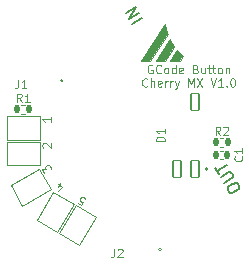
<source format=gbr>
%TF.GenerationSoftware,KiCad,Pcbnew,(6.0.6)*%
%TF.CreationDate,2022-07-10T21:40:21+02:00*%
%TF.ProjectId,GCode_Buttons_Cherry_MX,47436f64-655f-4427-9574-746f6e735f43,rev?*%
%TF.SameCoordinates,Original*%
%TF.FileFunction,Legend,Top*%
%TF.FilePolarity,Positive*%
%FSLAX46Y46*%
G04 Gerber Fmt 4.6, Leading zero omitted, Abs format (unit mm)*
G04 Created by KiCad (PCBNEW (6.0.6)) date 2022-07-10 21:40:21*
%MOMM*%
%LPD*%
G01*
G04 APERTURE LIST*
G04 Aperture macros list*
%AMRoundRect*
0 Rectangle with rounded corners*
0 $1 Rounding radius*
0 $2 $3 $4 $5 $6 $7 $8 $9 X,Y pos of 4 corners*
0 Add a 4 corners polygon primitive as box body*
4,1,4,$2,$3,$4,$5,$6,$7,$8,$9,$2,$3,0*
0 Add four circle primitives for the rounded corners*
1,1,$1+$1,$2,$3*
1,1,$1+$1,$4,$5*
1,1,$1+$1,$6,$7*
1,1,$1+$1,$8,$9*
0 Add four rect primitives between the rounded corners*
20,1,$1+$1,$2,$3,$4,$5,0*
20,1,$1+$1,$4,$5,$6,$7,0*
20,1,$1+$1,$6,$7,$8,$9,0*
20,1,$1+$1,$8,$9,$2,$3,0*%
%AMRotRect*
0 Rectangle, with rotation*
0 The origin of the aperture is its center*
0 $1 length*
0 $2 width*
0 $3 Rotation angle, in degrees counterclockwise*
0 Add horizontal line*
21,1,$1,$2,0,0,$3*%
%AMFreePoly0*
4,1,15,-0.149998,0.780000,0.350000,0.780000,0.353536,0.778536,0.355000,0.775000,0.355000,-0.795000,0.353536,-0.798536,0.350000,-0.800000,-0.450000,-0.800000,-0.453536,-0.798536,-0.455000,-0.795000,-0.455001,0.475000,-0.453536,0.478536,-0.153536,0.778536,-0.150000,0.780001,-0.149998,0.780000,-0.149998,0.780000,$1*%
G04 Aperture macros list end*
%ADD10C,0.003000*%
%ADD11C,0.150000*%
%ADD12C,0.100000*%
%ADD13C,0.120000*%
%ADD14RoundRect,0.082000X0.328000X0.718000X-0.328000X0.718000X-0.328000X-0.718000X0.328000X-0.718000X0*%
%ADD15FreePoly0,0.000000*%
%ADD16RoundRect,0.082000X-0.328000X-0.718000X0.328000X-0.718000X0.328000X0.718000X-0.328000X0.718000X0*%
%ADD17RotRect,1.000000X1.500000X60.000000*%
%ADD18RoundRect,0.135000X0.135000X0.185000X-0.135000X0.185000X-0.135000X-0.185000X0.135000X-0.185000X0*%
%ADD19R,1.000000X1.500000*%
%ADD20RoundRect,0.140000X-0.140000X-0.170000X0.140000X-0.170000X0.140000X0.170000X-0.140000X0.170000X0*%
%ADD21RotRect,1.000000X1.500000X30.000000*%
%ADD22RotRect,0.400000X1.350000X30.000000*%
%ADD23RotRect,2.400000X2.400000X210.000000*%
%ADD24C,1.700000*%
%ADD25C,4.000000*%
%ADD26C,2.200000*%
%ADD27C,0.450000*%
G04 APERTURE END LIST*
D10*
G36*
X103336039Y-90723890D02*
G01*
X103357846Y-90832810D01*
X103382373Y-90941082D01*
X103409545Y-91048507D01*
X103439287Y-91154881D01*
X103471525Y-91260006D01*
X103506184Y-91363680D01*
X103543189Y-91465702D01*
X102059011Y-93726937D01*
X101267365Y-93726103D01*
X103317026Y-90614524D01*
X103336039Y-90723890D01*
G37*
X103336039Y-90723890D02*
X103357846Y-90832810D01*
X103382373Y-90941082D01*
X103409545Y-91048507D01*
X103439287Y-91154881D01*
X103471525Y-91260006D01*
X103506184Y-91363680D01*
X103543189Y-91465702D01*
X102059011Y-93726937D01*
X101267365Y-93726103D01*
X103317026Y-90614524D01*
X103336039Y-90723890D01*
G36*
X103769224Y-91966155D02*
G01*
X103812379Y-92045579D01*
X103857118Y-92124004D01*
X103903420Y-92201407D01*
X103951264Y-92277766D01*
X104000632Y-92353058D01*
X104051502Y-92427262D01*
X104103854Y-92500355D01*
X103300000Y-93728659D01*
X102508591Y-93727532D01*
X103727672Y-91885754D01*
X103769224Y-91966155D01*
G37*
X103769224Y-91966155D02*
X103812379Y-92045579D01*
X103857118Y-92124004D01*
X103903420Y-92201407D01*
X103951264Y-92277766D01*
X104000632Y-92353058D01*
X104051502Y-92427262D01*
X104103854Y-92500355D01*
X103300000Y-93728659D01*
X102508591Y-93727532D01*
X103727672Y-91885754D01*
X103769224Y-91966155D01*
G36*
X104410790Y-92874526D02*
G01*
X104468096Y-92935837D01*
X104526556Y-92996031D01*
X104586152Y-93055093D01*
X104646867Y-93113005D01*
X104708683Y-93169750D01*
X104771583Y-93225312D01*
X104835549Y-93279674D01*
X104835549Y-93279682D01*
X104542354Y-93728659D01*
X103749818Y-93726937D01*
X104354655Y-92812116D01*
X104410790Y-92874526D01*
G37*
X104410790Y-92874526D02*
X104468096Y-92935837D01*
X104526556Y-92996031D01*
X104586152Y-93055093D01*
X104646867Y-93113005D01*
X104708683Y-93169750D01*
X104771583Y-93225312D01*
X104835549Y-93279674D01*
X104835549Y-93279682D01*
X104542354Y-93728659D01*
X103749818Y-93726937D01*
X104354655Y-92812116D01*
X104410790Y-92874526D01*
D11*
X108725747Y-104789834D02*
X108630509Y-104624877D01*
X108624130Y-104518589D01*
X108658989Y-104388491D01*
X108800137Y-104252014D01*
X109088812Y-104085347D01*
X109277579Y-104031349D01*
X109407676Y-104066208D01*
X109496535Y-104124877D01*
X109591773Y-104289834D01*
X109598153Y-104396123D01*
X109563293Y-104526220D01*
X109422145Y-104662698D01*
X109133470Y-104829364D01*
X108944704Y-104883363D01*
X108814606Y-104848504D01*
X108725747Y-104789834D01*
X108297176Y-104047527D02*
X108998244Y-103642765D01*
X109056913Y-103553907D01*
X109074343Y-103488858D01*
X109067963Y-103382570D01*
X108972725Y-103217612D01*
X108883867Y-103158943D01*
X108818818Y-103141514D01*
X108712530Y-103147893D01*
X108011462Y-103552655D01*
X107844795Y-103263980D02*
X107559081Y-102769108D01*
X108567963Y-102516544D02*
X107701938Y-103016544D01*
X101353678Y-90077441D02*
X100487652Y-90577441D01*
X101115582Y-89665048D02*
X100249557Y-90165048D01*
X100829868Y-89170177D01*
X99963843Y-89670177D01*
D12*
X102233333Y-94086500D02*
X102166666Y-94053166D01*
X102066666Y-94053166D01*
X101966666Y-94086500D01*
X101900000Y-94153166D01*
X101866666Y-94219833D01*
X101833333Y-94353166D01*
X101833333Y-94453166D01*
X101866666Y-94586500D01*
X101900000Y-94653166D01*
X101966666Y-94719833D01*
X102066666Y-94753166D01*
X102133333Y-94753166D01*
X102233333Y-94719833D01*
X102266666Y-94686500D01*
X102266666Y-94453166D01*
X102133333Y-94453166D01*
X102966666Y-94686500D02*
X102933333Y-94719833D01*
X102833333Y-94753166D01*
X102766666Y-94753166D01*
X102666666Y-94719833D01*
X102600000Y-94653166D01*
X102566666Y-94586500D01*
X102533333Y-94453166D01*
X102533333Y-94353166D01*
X102566666Y-94219833D01*
X102600000Y-94153166D01*
X102666666Y-94086500D01*
X102766666Y-94053166D01*
X102833333Y-94053166D01*
X102933333Y-94086500D01*
X102966666Y-94119833D01*
X103366666Y-94753166D02*
X103300000Y-94719833D01*
X103266666Y-94686500D01*
X103233333Y-94619833D01*
X103233333Y-94419833D01*
X103266666Y-94353166D01*
X103300000Y-94319833D01*
X103366666Y-94286500D01*
X103466666Y-94286500D01*
X103533333Y-94319833D01*
X103566666Y-94353166D01*
X103600000Y-94419833D01*
X103600000Y-94619833D01*
X103566666Y-94686500D01*
X103533333Y-94719833D01*
X103466666Y-94753166D01*
X103366666Y-94753166D01*
X104200000Y-94753166D02*
X104200000Y-94053166D01*
X104200000Y-94719833D02*
X104133333Y-94753166D01*
X104000000Y-94753166D01*
X103933333Y-94719833D01*
X103900000Y-94686500D01*
X103866666Y-94619833D01*
X103866666Y-94419833D01*
X103900000Y-94353166D01*
X103933333Y-94319833D01*
X104000000Y-94286500D01*
X104133333Y-94286500D01*
X104200000Y-94319833D01*
X104800000Y-94719833D02*
X104733333Y-94753166D01*
X104600000Y-94753166D01*
X104533333Y-94719833D01*
X104500000Y-94653166D01*
X104500000Y-94386500D01*
X104533333Y-94319833D01*
X104600000Y-94286500D01*
X104733333Y-94286500D01*
X104800000Y-94319833D01*
X104833333Y-94386500D01*
X104833333Y-94453166D01*
X104500000Y-94519833D01*
X105900000Y-94386500D02*
X106000000Y-94419833D01*
X106033333Y-94453166D01*
X106066666Y-94519833D01*
X106066666Y-94619833D01*
X106033333Y-94686500D01*
X106000000Y-94719833D01*
X105933333Y-94753166D01*
X105666666Y-94753166D01*
X105666666Y-94053166D01*
X105900000Y-94053166D01*
X105966666Y-94086500D01*
X106000000Y-94119833D01*
X106033333Y-94186500D01*
X106033333Y-94253166D01*
X106000000Y-94319833D01*
X105966666Y-94353166D01*
X105900000Y-94386500D01*
X105666666Y-94386500D01*
X106666666Y-94286500D02*
X106666666Y-94753166D01*
X106366666Y-94286500D02*
X106366666Y-94653166D01*
X106400000Y-94719833D01*
X106466666Y-94753166D01*
X106566666Y-94753166D01*
X106633333Y-94719833D01*
X106666666Y-94686500D01*
X106900000Y-94286500D02*
X107166666Y-94286500D01*
X107000000Y-94053166D02*
X107000000Y-94653166D01*
X107033333Y-94719833D01*
X107100000Y-94753166D01*
X107166666Y-94753166D01*
X107300000Y-94286500D02*
X107566666Y-94286500D01*
X107400000Y-94053166D02*
X107400000Y-94653166D01*
X107433333Y-94719833D01*
X107500000Y-94753166D01*
X107566666Y-94753166D01*
X107900000Y-94753166D02*
X107833333Y-94719833D01*
X107800000Y-94686500D01*
X107766666Y-94619833D01*
X107766666Y-94419833D01*
X107800000Y-94353166D01*
X107833333Y-94319833D01*
X107900000Y-94286500D01*
X108000000Y-94286500D01*
X108066666Y-94319833D01*
X108100000Y-94353166D01*
X108133333Y-94419833D01*
X108133333Y-94619833D01*
X108100000Y-94686500D01*
X108066666Y-94719833D01*
X108000000Y-94753166D01*
X107900000Y-94753166D01*
X108433333Y-94286500D02*
X108433333Y-94753166D01*
X108433333Y-94353166D02*
X108466666Y-94319833D01*
X108533333Y-94286500D01*
X108633333Y-94286500D01*
X108700000Y-94319833D01*
X108733333Y-94386500D01*
X108733333Y-94753166D01*
X101800000Y-95813500D02*
X101766666Y-95846833D01*
X101666666Y-95880166D01*
X101600000Y-95880166D01*
X101500000Y-95846833D01*
X101433333Y-95780166D01*
X101400000Y-95713500D01*
X101366666Y-95580166D01*
X101366666Y-95480166D01*
X101400000Y-95346833D01*
X101433333Y-95280166D01*
X101500000Y-95213500D01*
X101600000Y-95180166D01*
X101666666Y-95180166D01*
X101766666Y-95213500D01*
X101800000Y-95246833D01*
X102100000Y-95880166D02*
X102100000Y-95180166D01*
X102400000Y-95880166D02*
X102400000Y-95513500D01*
X102366666Y-95446833D01*
X102300000Y-95413500D01*
X102200000Y-95413500D01*
X102133333Y-95446833D01*
X102100000Y-95480166D01*
X103000000Y-95846833D02*
X102933333Y-95880166D01*
X102800000Y-95880166D01*
X102733333Y-95846833D01*
X102700000Y-95780166D01*
X102700000Y-95513500D01*
X102733333Y-95446833D01*
X102800000Y-95413500D01*
X102933333Y-95413500D01*
X103000000Y-95446833D01*
X103033333Y-95513500D01*
X103033333Y-95580166D01*
X102700000Y-95646833D01*
X103333333Y-95880166D02*
X103333333Y-95413500D01*
X103333333Y-95546833D02*
X103366666Y-95480166D01*
X103400000Y-95446833D01*
X103466666Y-95413500D01*
X103533333Y-95413500D01*
X103766666Y-95880166D02*
X103766666Y-95413500D01*
X103766666Y-95546833D02*
X103800000Y-95480166D01*
X103833333Y-95446833D01*
X103900000Y-95413500D01*
X103966666Y-95413500D01*
X104133333Y-95413500D02*
X104300000Y-95880166D01*
X104466666Y-95413500D02*
X104300000Y-95880166D01*
X104233333Y-96046833D01*
X104200000Y-96080166D01*
X104133333Y-96113500D01*
X105266666Y-95880166D02*
X105266666Y-95180166D01*
X105500000Y-95680166D01*
X105733333Y-95180166D01*
X105733333Y-95880166D01*
X106000000Y-95180166D02*
X106466666Y-95880166D01*
X106466666Y-95180166D02*
X106000000Y-95880166D01*
X107166666Y-95180166D02*
X107400000Y-95880166D01*
X107633333Y-95180166D01*
X108233333Y-95880166D02*
X107833333Y-95880166D01*
X108033333Y-95880166D02*
X108033333Y-95180166D01*
X107966666Y-95280166D01*
X107900000Y-95346833D01*
X107833333Y-95380166D01*
X108533333Y-95813500D02*
X108566666Y-95846833D01*
X108533333Y-95880166D01*
X108500000Y-95846833D01*
X108533333Y-95813500D01*
X108533333Y-95880166D01*
X109000000Y-95180166D02*
X109066666Y-95180166D01*
X109133333Y-95213500D01*
X109166666Y-95246833D01*
X109200000Y-95313500D01*
X109233333Y-95446833D01*
X109233333Y-95613500D01*
X109200000Y-95746833D01*
X109166666Y-95813500D01*
X109133333Y-95846833D01*
X109066666Y-95880166D01*
X109000000Y-95880166D01*
X108933333Y-95846833D01*
X108900000Y-95813500D01*
X108866666Y-95746833D01*
X108833333Y-95613500D01*
X108833333Y-95446833D01*
X108866666Y-95313500D01*
X108900000Y-95246833D01*
X108933333Y-95213500D01*
X109000000Y-95180166D01*
X94209529Y-104413237D02*
X94442863Y-104009091D01*
X94220534Y-104727510D02*
X94614871Y-104377831D01*
X94239594Y-104161164D01*
X95913995Y-105748643D02*
X96202670Y-105915309D01*
X96398205Y-105643301D01*
X96352670Y-105655502D01*
X96278269Y-105651036D01*
X96133931Y-105567702D01*
X96092863Y-105505502D01*
X96080662Y-105459967D01*
X96085128Y-105385566D01*
X96168461Y-105241228D01*
X96230662Y-105200160D01*
X96276196Y-105187959D01*
X96350598Y-105192425D01*
X96494935Y-105275758D01*
X96536004Y-105337959D01*
X96548205Y-105383493D01*
X92983333Y-101050000D02*
X92950000Y-101016666D01*
X92916666Y-100950000D01*
X92916666Y-100783333D01*
X92950000Y-100716666D01*
X92983333Y-100683333D01*
X93050000Y-100650000D01*
X93116666Y-100650000D01*
X93216666Y-100683333D01*
X93616666Y-101083333D01*
X93616666Y-100650000D01*
X93084690Y-103193739D02*
X92868023Y-102818461D01*
X93215630Y-102887200D01*
X93165630Y-102800598D01*
X93161164Y-102726196D01*
X93173365Y-102680662D01*
X93214433Y-102618461D01*
X93358771Y-102535128D01*
X93433173Y-102530662D01*
X93478707Y-102542863D01*
X93540908Y-102583931D01*
X93640908Y-102757136D01*
X93645373Y-102831538D01*
X93633173Y-102877072D01*
X93616666Y-98450000D02*
X93616666Y-98850000D01*
X93616666Y-98650000D02*
X92916666Y-98650000D01*
X93016666Y-98716666D01*
X93083333Y-98783333D01*
X93116666Y-98850000D01*
%TO.C,D1*%
X103266666Y-100516666D02*
X102566666Y-100516666D01*
X102566666Y-100350000D01*
X102600000Y-100250000D01*
X102666666Y-100183333D01*
X102733333Y-100150000D01*
X102866666Y-100116666D01*
X102966666Y-100116666D01*
X103100000Y-100150000D01*
X103166666Y-100183333D01*
X103233333Y-100250000D01*
X103266666Y-100350000D01*
X103266666Y-100516666D01*
X103266666Y-99450000D02*
X103266666Y-99850000D01*
X103266666Y-99650000D02*
X102566666Y-99650000D01*
X102666666Y-99716666D01*
X102733333Y-99783333D01*
X102766666Y-99850000D01*
%TO.C,R1*%
X91183333Y-97166666D02*
X90950000Y-96833333D01*
X90783333Y-97166666D02*
X90783333Y-96466666D01*
X91050000Y-96466666D01*
X91116666Y-96500000D01*
X91150000Y-96533333D01*
X91183333Y-96600000D01*
X91183333Y-96700000D01*
X91150000Y-96766666D01*
X91116666Y-96800000D01*
X91050000Y-96833333D01*
X90783333Y-96833333D01*
X91850000Y-97166666D02*
X91450000Y-97166666D01*
X91650000Y-97166666D02*
X91650000Y-96466666D01*
X91583333Y-96566666D01*
X91516666Y-96633333D01*
X91450000Y-96666666D01*
%TO.C,R2*%
X107983333Y-99966666D02*
X107750000Y-99633333D01*
X107583333Y-99966666D02*
X107583333Y-99266666D01*
X107850000Y-99266666D01*
X107916666Y-99300000D01*
X107950000Y-99333333D01*
X107983333Y-99400000D01*
X107983333Y-99500000D01*
X107950000Y-99566666D01*
X107916666Y-99600000D01*
X107850000Y-99633333D01*
X107583333Y-99633333D01*
X108250000Y-99333333D02*
X108283333Y-99300000D01*
X108350000Y-99266666D01*
X108516666Y-99266666D01*
X108583333Y-99300000D01*
X108616666Y-99333333D01*
X108650000Y-99400000D01*
X108650000Y-99466666D01*
X108616666Y-99566666D01*
X108216666Y-99966666D01*
X108650000Y-99966666D01*
%TO.C,C1*%
X109800000Y-101766666D02*
X109833333Y-101800000D01*
X109866666Y-101900000D01*
X109866666Y-101966666D01*
X109833333Y-102066666D01*
X109766666Y-102133333D01*
X109700000Y-102166666D01*
X109566666Y-102200000D01*
X109466666Y-102200000D01*
X109333333Y-102166666D01*
X109266666Y-102133333D01*
X109200000Y-102066666D01*
X109166666Y-101966666D01*
X109166666Y-101900000D01*
X109200000Y-101800000D01*
X109233333Y-101766666D01*
X109866666Y-101100000D02*
X109866666Y-101500000D01*
X109866666Y-101300000D02*
X109166666Y-101300000D01*
X109266666Y-101366666D01*
X109333333Y-101433333D01*
X109366666Y-101500000D01*
%TO.C,J1*%
X90866667Y-95316666D02*
X90866667Y-95816666D01*
X90833334Y-95916666D01*
X90766667Y-95983333D01*
X90666667Y-96016666D01*
X90600001Y-96016666D01*
X91566667Y-96016666D02*
X91166667Y-96016666D01*
X91366667Y-96016666D02*
X91366667Y-95316666D01*
X91300001Y-95416666D01*
X91233334Y-95483333D01*
X91166667Y-95516666D01*
%TO.C,J2*%
X99016666Y-109616666D02*
X99016666Y-110116666D01*
X98983333Y-110216666D01*
X98916666Y-110283333D01*
X98816666Y-110316666D01*
X98750000Y-110316666D01*
X99316666Y-109683333D02*
X99350000Y-109650000D01*
X99416666Y-109616666D01*
X99583333Y-109616666D01*
X99650000Y-109650000D01*
X99683333Y-109683333D01*
X99716666Y-109750000D01*
X99716666Y-109816666D01*
X99683333Y-109916666D01*
X99283333Y-110316666D01*
X99716666Y-110316666D01*
D13*
%TO.C,D1*%
X106920000Y-102850000D02*
G75*
G03*
X106920000Y-102850000I-120000J0D01*
G01*
%TO.C,JP5*%
X96066025Y-109312436D02*
X94333975Y-108312436D01*
X97466025Y-106887564D02*
X96066025Y-109312436D01*
X94333975Y-108312436D02*
X95733975Y-105887564D01*
X95733975Y-105887564D02*
X97466025Y-106887564D01*
%TO.C,R1*%
X91453641Y-97420000D02*
X91146359Y-97420000D01*
X91453641Y-98180000D02*
X91146359Y-98180000D01*
%TO.C,JP2*%
X92700000Y-102550000D02*
X89900000Y-102550000D01*
X92700000Y-100550000D02*
X92700000Y-102550000D01*
X89900000Y-102550000D02*
X89900000Y-100550000D01*
X89900000Y-100550000D02*
X92700000Y-100550000D01*
%TO.C,JP1*%
X92700000Y-100400000D02*
X89900000Y-100400000D01*
X89900000Y-100400000D02*
X89900000Y-98400000D01*
X92700000Y-98400000D02*
X92700000Y-100400000D01*
X89900000Y-98400000D02*
X92700000Y-98400000D01*
%TO.C,R2*%
X108253641Y-100980000D02*
X107946359Y-100980000D01*
X108253641Y-100220000D02*
X107946359Y-100220000D01*
%TO.C,C1*%
X107992164Y-102010000D02*
X108207836Y-102010000D01*
X107992164Y-101290000D02*
X108207836Y-101290000D01*
%TO.C,JP3*%
X92662436Y-102833975D02*
X93662436Y-104566025D01*
X91237564Y-105966025D02*
X90237564Y-104233975D01*
X93662436Y-104566025D02*
X91237564Y-105966025D01*
X90237564Y-104233975D02*
X92662436Y-102833975D01*
%TO.C,J1*%
X94689143Y-95382291D02*
G75*
G03*
X94689143Y-95382291I-111803J0D01*
G01*
%TO.C,J2*%
X102989143Y-109682291D02*
G75*
G03*
X102989143Y-109682291I-111803J0D01*
G01*
%TO.C,JP4*%
X94166025Y-108212436D02*
X92433975Y-107212436D01*
X93833975Y-104787564D02*
X95566025Y-105787564D01*
X95566025Y-105787564D02*
X94166025Y-108212436D01*
X92433975Y-107212436D02*
X93833975Y-104787564D01*
%TD*%
%LPC*%
D14*
%TO.C,D1*%
X105850000Y-102850000D03*
X104350000Y-102850000D03*
D15*
X104350000Y-97150000D03*
D16*
X105850000Y-97150000D03*
%TD*%
D17*
%TO.C,JP5*%
X95575000Y-108162917D03*
X96225000Y-107037083D03*
%TD*%
D18*
%TO.C,R1*%
X91810000Y-97800000D03*
X90790000Y-97800000D03*
%TD*%
D19*
%TO.C,JP2*%
X90650000Y-101550000D03*
X91950000Y-101550000D03*
%TD*%
%TO.C,JP1*%
X90650000Y-99400000D03*
X91950000Y-99400000D03*
%TD*%
D18*
%TO.C,R2*%
X108610000Y-100600000D03*
X107590000Y-100600000D03*
%TD*%
D20*
%TO.C,C1*%
X107620000Y-101650000D03*
X108580000Y-101650000D03*
%TD*%
D21*
%TO.C,JP3*%
X91387083Y-104725000D03*
X92512917Y-104075000D03*
%TD*%
D22*
%TO.C,J1*%
X94834456Y-94627628D03*
X94167468Y-92472372D03*
X95700481Y-94127628D03*
X95033494Y-91972372D03*
X96566506Y-93627628D03*
X95899519Y-91472372D03*
X97432532Y-93127628D03*
X96765544Y-90972372D03*
D23*
X98831089Y-91050000D03*
X92768911Y-94550000D03*
%TD*%
D22*
%TO.C,J2*%
X103134456Y-108927628D03*
X102467468Y-106772372D03*
X104000481Y-108427628D03*
X103333494Y-106272372D03*
X104866506Y-107927628D03*
X104199519Y-105772372D03*
X105732532Y-107427628D03*
X105065544Y-105272372D03*
D23*
X101068911Y-108850000D03*
X107131089Y-105350000D03*
%TD*%
D17*
%TO.C,JP4*%
X93675000Y-107062917D03*
X94325000Y-105937083D03*
%TD*%
D24*
%TO.C,SW1*%
X100000000Y-94920000D03*
X100000000Y-105080000D03*
D25*
X100000000Y-100000000D03*
D26*
X94920000Y-102540000D03*
X97460000Y-96190000D03*
%TD*%
D27*
X103650000Y-104800000D03*
X92550000Y-97800000D03*
X96500000Y-92450000D03*
X109350000Y-100600000D03*
X90650000Y-94350000D03*
X109450000Y-94350000D03*
X100000000Y-110850000D03*
X109450000Y-105300000D03*
X97400000Y-91950000D03*
X100000000Y-89000000D03*
X90500000Y-105300000D03*
X95600000Y-92950000D03*
X102750000Y-105300000D03*
X94850000Y-104950000D03*
X102550000Y-107950000D03*
X93050000Y-99400000D03*
X95400000Y-95600000D03*
X93050000Y-101550000D03*
X94750000Y-93450000D03*
X101900000Y-105800000D03*
X93450000Y-103500000D03*
X103450000Y-107450000D03*
X96250000Y-95100000D03*
X104300000Y-106950000D03*
X96800000Y-106050000D03*
X97150000Y-94600000D03*
X105150000Y-106400000D03*
X104350000Y-104100000D03*
M02*

</source>
